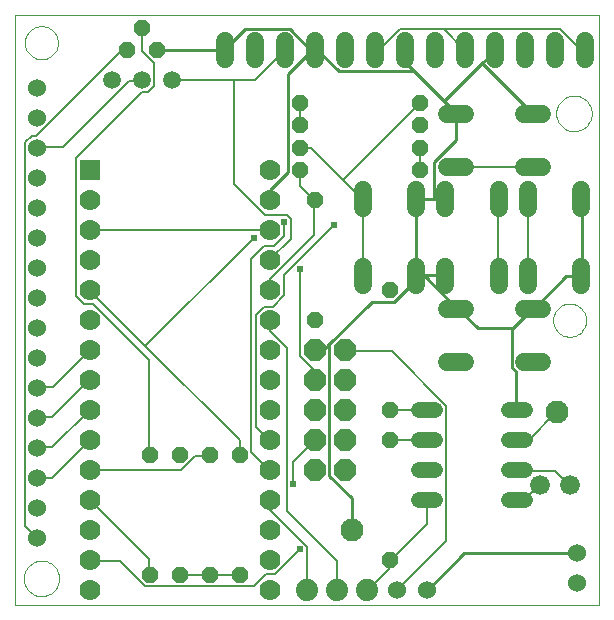
<source format=gtl>
G75*
%MOIN*%
%OFA0B0*%
%FSLAX24Y24*%
%IPPOS*%
%LPD*%
%AMOC8*
5,1,8,0,0,1.08239X$1,22.5*
%
%ADD10C,0.0000*%
%ADD11OC8,0.0520*%
%ADD12C,0.0600*%
%ADD13C,0.0594*%
%ADD14C,0.0594*%
%ADD15C,0.0600*%
%ADD16OC8,0.0740*%
%ADD17R,0.0700X0.0700*%
%ADD18C,0.0700*%
%ADD19C,0.0740*%
%ADD20C,0.0520*%
%ADD21C,0.0660*%
%ADD22C,0.0768*%
%ADD23C,0.0100*%
%ADD24C,0.0080*%
%ADD25C,0.0240*%
D10*
X000800Y002782D02*
X000800Y022467D01*
X020292Y022467D01*
X020292Y002782D01*
X000800Y002782D01*
X001103Y003676D02*
X001105Y003724D01*
X001111Y003772D01*
X001121Y003819D01*
X001134Y003865D01*
X001152Y003910D01*
X001172Y003954D01*
X001197Y003996D01*
X001225Y004035D01*
X001255Y004072D01*
X001289Y004106D01*
X001326Y004138D01*
X001364Y004167D01*
X001405Y004192D01*
X001448Y004214D01*
X001493Y004232D01*
X001539Y004246D01*
X001586Y004257D01*
X001634Y004264D01*
X001682Y004267D01*
X001730Y004266D01*
X001778Y004261D01*
X001826Y004252D01*
X001872Y004240D01*
X001917Y004223D01*
X001961Y004203D01*
X002003Y004180D01*
X002043Y004153D01*
X002081Y004123D01*
X002116Y004090D01*
X002148Y004054D01*
X002178Y004016D01*
X002204Y003975D01*
X002226Y003932D01*
X002246Y003888D01*
X002261Y003843D01*
X002273Y003796D01*
X002281Y003748D01*
X002285Y003700D01*
X002285Y003652D01*
X002281Y003604D01*
X002273Y003556D01*
X002261Y003509D01*
X002246Y003464D01*
X002226Y003420D01*
X002204Y003377D01*
X002178Y003336D01*
X002148Y003298D01*
X002116Y003262D01*
X002081Y003229D01*
X002043Y003199D01*
X002003Y003172D01*
X001961Y003149D01*
X001917Y003129D01*
X001872Y003112D01*
X001826Y003100D01*
X001778Y003091D01*
X001730Y003086D01*
X001682Y003085D01*
X001634Y003088D01*
X001586Y003095D01*
X001539Y003106D01*
X001493Y003120D01*
X001448Y003138D01*
X001405Y003160D01*
X001364Y003185D01*
X001326Y003214D01*
X001289Y003246D01*
X001255Y003280D01*
X001225Y003317D01*
X001197Y003356D01*
X001172Y003398D01*
X001152Y003442D01*
X001134Y003487D01*
X001121Y003533D01*
X001111Y003580D01*
X001105Y003628D01*
X001103Y003676D01*
X001143Y021532D02*
X001145Y021579D01*
X001151Y021625D01*
X001161Y021671D01*
X001174Y021716D01*
X001192Y021759D01*
X001213Y021801D01*
X001237Y021841D01*
X001265Y021878D01*
X001296Y021913D01*
X001330Y021946D01*
X001366Y021975D01*
X001405Y022001D01*
X001446Y022024D01*
X001489Y022043D01*
X001533Y022059D01*
X001578Y022071D01*
X001624Y022079D01*
X001671Y022083D01*
X001717Y022083D01*
X001764Y022079D01*
X001810Y022071D01*
X001855Y022059D01*
X001899Y022043D01*
X001942Y022024D01*
X001983Y022001D01*
X002022Y021975D01*
X002058Y021946D01*
X002092Y021913D01*
X002123Y021878D01*
X002151Y021841D01*
X002175Y021801D01*
X002196Y021759D01*
X002214Y021716D01*
X002227Y021671D01*
X002237Y021625D01*
X002243Y021579D01*
X002245Y021532D01*
X002243Y021485D01*
X002237Y021439D01*
X002227Y021393D01*
X002214Y021348D01*
X002196Y021305D01*
X002175Y021263D01*
X002151Y021223D01*
X002123Y021186D01*
X002092Y021151D01*
X002058Y021118D01*
X002022Y021089D01*
X001983Y021063D01*
X001942Y021040D01*
X001899Y021021D01*
X001855Y021005D01*
X001810Y020993D01*
X001764Y020985D01*
X001717Y020981D01*
X001671Y020981D01*
X001624Y020985D01*
X001578Y020993D01*
X001533Y021005D01*
X001489Y021021D01*
X001446Y021040D01*
X001405Y021063D01*
X001366Y021089D01*
X001330Y021118D01*
X001296Y021151D01*
X001265Y021186D01*
X001237Y021223D01*
X001213Y021263D01*
X001192Y021305D01*
X001174Y021348D01*
X001161Y021393D01*
X001151Y021439D01*
X001145Y021485D01*
X001143Y021532D01*
X018749Y012282D02*
X018751Y012329D01*
X018757Y012375D01*
X018767Y012421D01*
X018780Y012466D01*
X018798Y012509D01*
X018819Y012551D01*
X018843Y012591D01*
X018871Y012628D01*
X018902Y012663D01*
X018936Y012696D01*
X018972Y012725D01*
X019011Y012751D01*
X019052Y012774D01*
X019095Y012793D01*
X019139Y012809D01*
X019184Y012821D01*
X019230Y012829D01*
X019277Y012833D01*
X019323Y012833D01*
X019370Y012829D01*
X019416Y012821D01*
X019461Y012809D01*
X019505Y012793D01*
X019548Y012774D01*
X019589Y012751D01*
X019628Y012725D01*
X019664Y012696D01*
X019698Y012663D01*
X019729Y012628D01*
X019757Y012591D01*
X019781Y012551D01*
X019802Y012509D01*
X019820Y012466D01*
X019833Y012421D01*
X019843Y012375D01*
X019849Y012329D01*
X019851Y012282D01*
X019849Y012235D01*
X019843Y012189D01*
X019833Y012143D01*
X019820Y012098D01*
X019802Y012055D01*
X019781Y012013D01*
X019757Y011973D01*
X019729Y011936D01*
X019698Y011901D01*
X019664Y011868D01*
X019628Y011839D01*
X019589Y011813D01*
X019548Y011790D01*
X019505Y011771D01*
X019461Y011755D01*
X019416Y011743D01*
X019370Y011735D01*
X019323Y011731D01*
X019277Y011731D01*
X019230Y011735D01*
X019184Y011743D01*
X019139Y011755D01*
X019095Y011771D01*
X019052Y011790D01*
X019011Y011813D01*
X018972Y011839D01*
X018936Y011868D01*
X018902Y011901D01*
X018871Y011936D01*
X018843Y011973D01*
X018819Y012013D01*
X018798Y012055D01*
X018780Y012098D01*
X018767Y012143D01*
X018757Y012189D01*
X018751Y012235D01*
X018749Y012282D01*
X018853Y019176D02*
X018855Y019224D01*
X018861Y019272D01*
X018871Y019319D01*
X018884Y019365D01*
X018902Y019410D01*
X018922Y019454D01*
X018947Y019496D01*
X018975Y019535D01*
X019005Y019572D01*
X019039Y019606D01*
X019076Y019638D01*
X019114Y019667D01*
X019155Y019692D01*
X019198Y019714D01*
X019243Y019732D01*
X019289Y019746D01*
X019336Y019757D01*
X019384Y019764D01*
X019432Y019767D01*
X019480Y019766D01*
X019528Y019761D01*
X019576Y019752D01*
X019622Y019740D01*
X019667Y019723D01*
X019711Y019703D01*
X019753Y019680D01*
X019793Y019653D01*
X019831Y019623D01*
X019866Y019590D01*
X019898Y019554D01*
X019928Y019516D01*
X019954Y019475D01*
X019976Y019432D01*
X019996Y019388D01*
X020011Y019343D01*
X020023Y019296D01*
X020031Y019248D01*
X020035Y019200D01*
X020035Y019152D01*
X020031Y019104D01*
X020023Y019056D01*
X020011Y019009D01*
X019996Y018964D01*
X019976Y018920D01*
X019954Y018877D01*
X019928Y018836D01*
X019898Y018798D01*
X019866Y018762D01*
X019831Y018729D01*
X019793Y018699D01*
X019753Y018672D01*
X019711Y018649D01*
X019667Y018629D01*
X019622Y018612D01*
X019576Y018600D01*
X019528Y018591D01*
X019480Y018586D01*
X019432Y018585D01*
X019384Y018588D01*
X019336Y018595D01*
X019289Y018606D01*
X019243Y018620D01*
X019198Y018638D01*
X019155Y018660D01*
X019114Y018685D01*
X019076Y018714D01*
X019039Y018746D01*
X019005Y018780D01*
X018975Y018817D01*
X018947Y018856D01*
X018922Y018898D01*
X018902Y018942D01*
X018884Y018987D01*
X018871Y019033D01*
X018861Y019080D01*
X018855Y019128D01*
X018853Y019176D01*
D11*
X014300Y019532D03*
X014300Y018782D03*
X014300Y018032D03*
X014300Y017282D03*
X010800Y016282D03*
X010300Y017282D03*
X010300Y018032D03*
X010300Y018782D03*
X010300Y019532D03*
X005550Y021282D03*
X005050Y022032D03*
X004550Y021282D03*
X010800Y012282D03*
X013300Y013282D03*
X013300Y009282D03*
X013300Y008282D03*
X013300Y004282D03*
X008300Y003782D03*
X007300Y003782D03*
X006300Y003782D03*
X005300Y003782D03*
X005300Y007782D03*
X006300Y007782D03*
X007300Y007782D03*
X008300Y007782D03*
D12*
X013550Y003282D03*
X014550Y003282D03*
X019550Y003532D03*
X019550Y004532D03*
X001550Y005032D03*
X001550Y006032D03*
X001550Y007032D03*
X001550Y008032D03*
X001550Y009032D03*
X001550Y010032D03*
X001550Y011032D03*
X001550Y012032D03*
X001550Y013032D03*
X001550Y014032D03*
X001550Y015032D03*
X001550Y016032D03*
X001550Y017032D03*
X001550Y018032D03*
X001550Y019032D03*
X001550Y020032D03*
D13*
X004050Y020282D03*
X005050Y020282D03*
X006050Y020282D03*
D14*
X007800Y020985D02*
X007800Y021579D01*
X008800Y021579D02*
X008800Y020985D01*
X009800Y020985D02*
X009800Y021579D01*
X010800Y021579D02*
X010800Y020985D01*
X011800Y020985D02*
X011800Y021579D01*
X012800Y021579D02*
X012800Y020985D01*
X013800Y020985D02*
X013800Y021579D01*
X014800Y021579D02*
X014800Y020985D01*
X015800Y020985D02*
X015800Y021579D01*
X016800Y021579D02*
X016800Y020985D01*
X017800Y020985D02*
X017800Y021579D01*
X018800Y021579D02*
X018800Y020985D01*
X019800Y020985D02*
X019800Y021579D01*
D15*
X018380Y019172D02*
X017780Y019172D01*
X017780Y017392D02*
X018380Y017392D01*
X017910Y016612D02*
X017910Y016012D01*
X016940Y016012D02*
X016940Y016612D01*
X015820Y017392D02*
X015220Y017392D01*
X015160Y016612D02*
X015160Y016012D01*
X014190Y016012D02*
X014190Y016612D01*
X012410Y016612D02*
X012410Y016012D01*
X012410Y014052D02*
X012410Y013452D01*
X014190Y013452D02*
X014190Y014052D01*
X015160Y014052D02*
X015160Y013452D01*
X015220Y012672D02*
X015820Y012672D01*
X016940Y013452D02*
X016940Y014052D01*
X017910Y014052D02*
X017910Y013452D01*
X017780Y012672D02*
X018380Y012672D01*
X019690Y013452D02*
X019690Y014052D01*
X019690Y016012D02*
X019690Y016612D01*
X015820Y019172D02*
X015220Y019172D01*
X015220Y010892D02*
X015820Y010892D01*
X017780Y010892D02*
X018380Y010892D01*
D16*
X011800Y011282D03*
X010800Y011282D03*
X010800Y010282D03*
X010800Y009282D03*
X010800Y008282D03*
X010800Y007282D03*
X011800Y007282D03*
X011800Y008282D03*
X011800Y009282D03*
X011800Y010282D03*
D17*
X003300Y017282D03*
D18*
X003300Y016282D03*
X003300Y015282D03*
X003300Y014282D03*
X003300Y013282D03*
X003300Y012282D03*
X003300Y011282D03*
X003300Y010282D03*
X003300Y009282D03*
X003300Y008282D03*
X003300Y007282D03*
X003300Y006282D03*
X003300Y005282D03*
X003300Y004282D03*
X003300Y003282D03*
X009300Y003282D03*
X009300Y004282D03*
X009300Y005282D03*
X009300Y006282D03*
X009300Y007282D03*
X009300Y008282D03*
X009300Y009282D03*
X009300Y010282D03*
X009300Y011282D03*
X009300Y012282D03*
X009300Y013282D03*
X009300Y014282D03*
X009300Y015282D03*
X009300Y016282D03*
X009300Y017282D03*
D19*
X010550Y003282D03*
X011550Y003282D03*
X012550Y003282D03*
D20*
X014290Y006282D02*
X014810Y006282D01*
X014810Y007282D02*
X014290Y007282D01*
X014290Y008282D02*
X014810Y008282D01*
X014810Y009282D02*
X014290Y009282D01*
X017290Y009282D02*
X017810Y009282D01*
X017810Y008282D02*
X017290Y008282D01*
X017290Y007282D02*
X017810Y007282D01*
X017810Y006282D02*
X017290Y006282D01*
D21*
X018300Y006782D03*
X019300Y006782D03*
D22*
X018869Y009219D03*
X012050Y005282D03*
D23*
X012044Y005302D01*
X012044Y006341D01*
X011288Y007097D01*
X011288Y011412D01*
X011257Y011443D01*
X011099Y011286D01*
X010816Y011286D01*
X010800Y011282D01*
X011257Y011443D02*
X012706Y012892D01*
X013461Y012892D01*
X014280Y013711D01*
X014190Y013752D01*
X014186Y013805D01*
X014186Y016262D01*
X014190Y016312D01*
X014217Y016325D01*
X014784Y016325D01*
X014784Y017553D01*
X015509Y018278D01*
X015509Y019128D01*
X015520Y019172D01*
X015509Y019191D01*
X015115Y019585D01*
X016391Y020861D01*
X018060Y019191D01*
X018080Y019172D01*
X016391Y020861D02*
X016800Y021270D01*
X016800Y021282D01*
X015115Y019585D02*
X014091Y020609D01*
X014060Y020577D01*
X011603Y020577D01*
X010910Y021270D01*
X010847Y021270D01*
X010800Y021282D01*
X010690Y021270D01*
X009902Y020483D01*
X009902Y017207D01*
X009304Y016609D01*
X009304Y016294D01*
X009300Y016282D01*
X010658Y021302D02*
X009965Y021994D01*
X008485Y021994D01*
X007824Y021333D01*
X007800Y021282D01*
X007792Y021302D01*
X005556Y021302D01*
X005550Y021282D01*
X010658Y021302D02*
X010784Y021302D01*
X010800Y021282D01*
X013800Y021282D02*
X013808Y021270D01*
X013808Y020892D01*
X014091Y020609D01*
X014784Y016325D02*
X015131Y016325D01*
X015160Y016312D01*
X015131Y013774D02*
X014217Y013774D01*
X014190Y013752D01*
X014469Y013742D01*
X015509Y012703D01*
X015520Y012672D01*
X015572Y012672D01*
X016233Y012010D01*
X017335Y012010D01*
X017367Y011979D01*
X018060Y012672D01*
X018080Y012672D01*
X018123Y012672D01*
X019194Y013742D01*
X019666Y013742D01*
X019690Y013752D01*
X019698Y013774D01*
X019698Y016294D01*
X019690Y016312D01*
X017367Y011979D02*
X017367Y010719D01*
X017524Y010561D01*
X017524Y009302D01*
X017550Y009282D01*
X015160Y013752D02*
X015131Y013774D01*
X015792Y004514D02*
X014564Y003286D01*
X014550Y003282D01*
X015792Y004514D02*
X019540Y004514D01*
X019550Y004532D01*
D24*
X017808Y006309D02*
X018280Y006782D01*
X018300Y006782D01*
X017808Y006309D02*
X017556Y006309D01*
X017550Y006282D01*
X017556Y007254D02*
X017550Y007282D01*
X017556Y007254D02*
X018816Y007254D01*
X019288Y006782D01*
X019300Y006782D01*
X017934Y008294D02*
X018847Y009207D01*
X018869Y009219D01*
X017934Y008294D02*
X017556Y008294D01*
X017550Y008282D01*
X015194Y009428D02*
X015194Y004924D01*
X013556Y003286D01*
X013550Y003282D01*
X013272Y003979D02*
X012580Y003286D01*
X012550Y003282D01*
X013272Y003979D02*
X013272Y004262D01*
X013300Y004282D01*
X013335Y004294D01*
X014532Y005490D01*
X014532Y006278D01*
X014550Y006282D01*
X014550Y008282D02*
X014532Y008294D01*
X013304Y008294D01*
X013300Y008282D01*
X013300Y009282D02*
X013304Y009302D01*
X014532Y009302D01*
X014550Y009282D01*
X015194Y009428D02*
X013367Y011254D01*
X011824Y011254D01*
X011800Y011282D01*
X010784Y010624D02*
X010784Y010309D01*
X010800Y010282D01*
X010784Y010624D02*
X010312Y011097D01*
X010312Y013994D01*
X009776Y013774D02*
X009776Y013113D01*
X009398Y012735D01*
X009115Y012735D01*
X008831Y012451D01*
X008831Y008735D01*
X009272Y008294D01*
X009300Y008282D01*
X008674Y007884D02*
X009272Y007286D01*
X009300Y007282D01*
X008674Y007884D02*
X008674Y014309D01*
X009115Y014750D01*
X009430Y014750D01*
X009776Y015097D01*
X009776Y015569D01*
X009997Y015664D02*
X009871Y015790D01*
X009146Y015790D01*
X008107Y016829D01*
X008107Y020294D01*
X006060Y020294D01*
X006050Y020282D01*
X005461Y020105D02*
X005461Y020861D01*
X005052Y021270D01*
X005052Y022026D01*
X005050Y022032D01*
X004550Y021282D02*
X004548Y021270D01*
X004359Y021270D01*
X001524Y018435D01*
X001367Y018435D01*
X001146Y018215D01*
X001146Y005428D01*
X001524Y005050D01*
X001550Y005032D01*
X003300Y004282D02*
X003320Y004262D01*
X004296Y004262D01*
X005146Y003412D01*
X008769Y003412D01*
X009178Y003821D01*
X009493Y003821D01*
X010312Y004640D01*
X010532Y004735D02*
X010532Y003286D01*
X010550Y003282D01*
X011540Y003286D02*
X011540Y004262D01*
X009871Y005931D01*
X009871Y011349D01*
X009304Y011916D01*
X009304Y012262D01*
X009300Y012282D01*
X009300Y013282D02*
X009304Y013302D01*
X009304Y013648D01*
X010784Y015128D01*
X010784Y016262D01*
X010800Y016282D01*
X010784Y016294D01*
X010312Y016766D01*
X010312Y017270D01*
X010300Y017282D01*
X010312Y018026D02*
X010300Y018032D01*
X010312Y018026D02*
X010690Y018026D01*
X011745Y016971D01*
X014280Y019506D01*
X014300Y019532D01*
X014300Y018032D02*
X014312Y018026D01*
X014312Y017302D01*
X014300Y017282D01*
X015520Y017392D02*
X015540Y017396D01*
X018060Y017396D01*
X018080Y017392D01*
X017910Y016312D02*
X017902Y016294D01*
X017902Y013774D01*
X017910Y013752D01*
X016940Y013752D02*
X016926Y013774D01*
X016926Y016294D01*
X016940Y016312D01*
X012422Y016294D02*
X012422Y013774D01*
X012410Y013752D01*
X011446Y015443D02*
X009776Y013774D01*
X009300Y014282D02*
X009304Y014309D01*
X009997Y015002D01*
X009997Y015664D01*
X009300Y015282D02*
X009272Y015286D01*
X003320Y015286D01*
X003300Y015282D01*
X003300Y013282D02*
X003320Y013270D01*
X005162Y011428D01*
X008769Y015034D01*
X011745Y016971D02*
X012391Y016325D01*
X012410Y016312D01*
X012422Y016294D01*
X010312Y018782D02*
X010300Y018782D01*
X010312Y018782D02*
X010312Y019506D01*
X010300Y019532D01*
X008800Y020294D02*
X009776Y021270D01*
X009800Y021282D01*
X008800Y020294D02*
X008107Y020294D01*
X005461Y020105D02*
X005241Y019884D01*
X005052Y019884D01*
X002847Y017679D01*
X002847Y013081D01*
X003099Y012829D01*
X003414Y012829D01*
X005272Y010971D01*
X005272Y007790D01*
X005300Y007782D01*
X006343Y007286D02*
X003320Y007286D01*
X003300Y007282D01*
X003288Y008262D02*
X003300Y008282D01*
X003288Y008262D02*
X002060Y007034D01*
X001556Y007034D01*
X001550Y007032D01*
X001550Y008032D02*
X001556Y008042D01*
X002060Y008042D01*
X003300Y009282D01*
X003288Y010278D02*
X003300Y010282D01*
X003288Y010278D02*
X002060Y009050D01*
X001556Y009050D01*
X001550Y009032D01*
X001550Y010032D02*
X001556Y010057D01*
X002091Y010057D01*
X003288Y011254D01*
X003300Y011282D01*
X005162Y011428D02*
X008296Y008294D01*
X008296Y007790D01*
X008300Y007782D01*
X007300Y007782D02*
X007288Y007758D01*
X006816Y007758D01*
X006343Y007286D01*
X009300Y006282D02*
X009304Y006278D01*
X009304Y005963D01*
X010532Y004735D01*
X011540Y003286D02*
X011550Y003282D01*
X008300Y003782D02*
X008296Y003790D01*
X007320Y003790D01*
X007300Y003782D01*
X007288Y003790D01*
X006312Y003790D01*
X006300Y003782D01*
X005300Y003782D02*
X005272Y003790D01*
X005272Y004325D01*
X003320Y006278D01*
X003300Y006282D01*
X010091Y006813D02*
X010091Y007569D01*
X010784Y008262D01*
X010800Y008282D01*
X002406Y018057D02*
X001556Y018057D01*
X001550Y018032D01*
X002406Y018057D02*
X004611Y020262D01*
X005020Y020262D01*
X005050Y020282D01*
X012800Y021282D02*
X012800Y021302D01*
X012957Y021302D01*
X013650Y021994D01*
X015099Y021994D01*
X018973Y021994D01*
X019666Y021302D01*
X019792Y021302D01*
X019800Y021282D01*
X015800Y021282D02*
X015792Y021302D01*
X015099Y021994D01*
D25*
X009776Y015569D03*
X008769Y015034D03*
X010312Y013994D03*
X011446Y015443D03*
X010091Y006813D03*
X010312Y004640D03*
M02*

</source>
